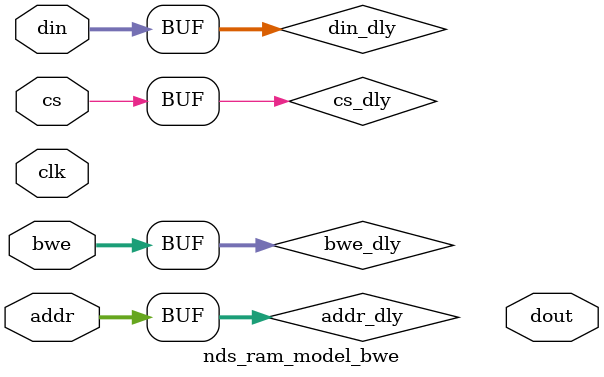
<source format=v>



module nds_ram_model_bwe (
	  clk,
	  cs,
	  bwe,
	  addr,
	  din,
	  dout
);

parameter ADDR_WIDTH		= 5;
parameter DATA_BYTE		= 4;
parameter IN_DELAY		= 0;
parameter OUT_DELAY		= 0;
parameter [0:0]	HOLD_DOUT	= 1'b1;
parameter ENABLE		= "yes";
parameter BIT_PER_BYTE		= 8;

localparam DATA_WIDTH		= DATA_BYTE * BIT_PER_BYTE;
localparam ARRAY_SIZE		= 1 << ADDR_WIDTH;

input				clk;
input				cs;
input [(DATA_BYTE-1):0]		bwe;
input [(ADDR_WIDTH-1):0]	addr;
input [(DATA_WIDTH-1):0]	din;
output [(DATA_WIDTH-1):0]	dout;


// synthesis translate_off
reg [(DATA_WIDTH-1):0]		mem[0:(ARRAY_SIZE-1)];	/* sparse */
// synthesis translate_on
wire				cs_dly;
wire [(DATA_BYTE-1):0]		bwe_dly;
wire [(ADDR_WIDTH-1):0]		addr_dly;
wire [(DATA_WIDTH-1):0]		din_dly;
reg [(ADDR_WIDTH-1):0]		addr_d1;
reg [(DATA_WIDTH-1):0]		tmp;
reg				drive_dout;

assign #(IN_DELAY) cs_dly   = cs;
assign #(IN_DELAY) bwe_dly  = bwe;
assign #(IN_DELAY) addr_dly = addr;
assign #(IN_DELAY) din_dly  = din;

always @(posedge clk) begin: gen_mem
	integer		i;
	if (cs_dly) begin
		if (|bwe_dly) begin
			// synthesis translate_off
			tmp = mem[addr_dly];
			// synthesis translate_on
			for (i = 0; i < DATA_BYTE; i = i + 1)
				if (bwe_dly[i])
					tmp[(i*BIT_PER_BYTE)+:BIT_PER_BYTE] = din_dly[(i*BIT_PER_BYTE)+:BIT_PER_BYTE];
			// synthesis translate_off
			mem[addr_dly] <= tmp;
			// synthesis translate_on
		end
	end
end

always @(posedge clk)
	if (cs_dly) begin
		if (~|bwe_dly) begin
			addr_d1 <= addr_dly;
			drive_dout <= 1'b1;
		end
		else begin
			drive_dout <= 1'b0;
		end
	end
	else begin
		if (HOLD_DOUT == 1'b0)
			drive_dout <= 1'b0;
	end

// synthesis translate_off
assign #(OUT_DELAY) dout = drive_dout ? mem[addr_d1] : {DATA_WIDTH{1'bx}};

`ifdef NDS_INTERNAL_SIM
initial begin
$display ("NDS_MEM_INFO:%m:ADDR_WIDTH   = %2d", ADDR_WIDTH);
$display ("NDS_MEM_INFO:%m:DATA_WIDTH   = %2d", DATA_WIDTH);
$display ("NDS_MEM_INFO:%m:WE_WIDTH     = %2d", DATA_BYTE);
$display ("NDS_MEM_INFO:%m:BIT_PER_BYTE = %2d", BIT_PER_BYTE);
$display ("NDS_MEM_INFO:%m:ENABLE       = %3s", ENABLE);
end
`endif
// synthesis translate_on

endmodule

</source>
